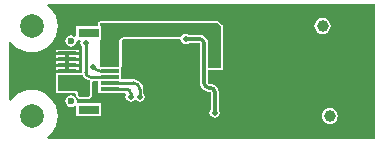
<source format=gbl>
G04*
G04 #@! TF.GenerationSoftware,Altium Limited,Altium Designer,18.1.7 (191)*
G04*
G04 Layer_Physical_Order=2*
G04 Layer_Color=16711680*
%FSLAX24Y24*%
%MOIN*%
G70*
G01*
G75*
%ADD11C,0.0100*%
%ADD22C,0.0394*%
%ADD23C,0.0236*%
%ADD25C,0.0120*%
%ADD33C,0.0787*%
%ADD34C,0.0200*%
%ADD35R,0.0630X0.0118*%
%ADD36R,0.0709X0.0315*%
G36*
X20850Y11050D02*
X9936D01*
X9918Y11100D01*
X10018Y11182D01*
X10127Y11314D01*
X10208Y11465D01*
X10257Y11629D01*
X10274Y11800D01*
X10257Y11971D01*
X10208Y12135D01*
X10127Y12286D01*
X10018Y12418D01*
X9886Y12527D01*
X9735Y12608D01*
X9571Y12657D01*
X9400Y12674D01*
X9229Y12657D01*
X9065Y12608D01*
X8914Y12527D01*
X8782Y12418D01*
X8700Y12318D01*
X8650Y12336D01*
X8650Y14264D01*
X8700Y14282D01*
X8782Y14182D01*
X8914Y14073D01*
X9065Y13992D01*
X9229Y13943D01*
X9400Y13926D01*
X9571Y13943D01*
X9735Y13992D01*
X9886Y14073D01*
X10018Y14182D01*
X10127Y14314D01*
X10208Y14465D01*
X10257Y14629D01*
X10274Y14800D01*
X10257Y14971D01*
X10208Y15135D01*
X10127Y15286D01*
X10018Y15418D01*
X9918Y15500D01*
X9936Y15550D01*
X20850D01*
X20850Y11050D01*
D02*
G37*
%LPC*%
G36*
X19095Y15069D02*
X19026Y15060D01*
X18961Y15033D01*
X18905Y14990D01*
X18862Y14935D01*
X18835Y14870D01*
X18826Y14800D01*
X18835Y14730D01*
X18862Y14665D01*
X18905Y14610D01*
X18961Y14567D01*
X19026Y14540D01*
X19095Y14531D01*
X19165Y14540D01*
X19230Y14567D01*
X19286Y14610D01*
X19328Y14665D01*
X19355Y14730D01*
X19364Y14800D01*
X19355Y14870D01*
X19328Y14935D01*
X19286Y14990D01*
X19230Y15033D01*
X19165Y15060D01*
X19095Y15069D01*
D02*
G37*
G36*
X15600Y14971D02*
X11694Y14971D01*
X11666Y14966D01*
X11643Y14950D01*
X11628Y14927D01*
X11622Y14900D01*
Y14807D01*
X10876D01*
Y14477D01*
X10826Y14453D01*
X10783Y14481D01*
X10709Y14496D01*
X10636Y14481D01*
X10574Y14440D01*
X10532Y14377D01*
X10518Y14304D01*
X10532Y14231D01*
X10574Y14168D01*
X10636Y14127D01*
X10709Y14112D01*
X10783Y14127D01*
X10845Y14168D01*
X10887Y14231D01*
X10901Y14304D01*
X10899Y14313D01*
X10931Y14352D01*
X11008D01*
X11037Y14302D01*
X11027Y14250D01*
X11040Y14184D01*
X11077Y14127D01*
X11078Y14127D01*
Y13250D01*
X11029Y13241D01*
X10976D01*
Y13250D01*
X10591D01*
X10206D01*
Y13201D01*
X10204Y13197D01*
X10199Y13170D01*
Y12650D01*
X10204Y12623D01*
X10206Y12619D01*
Y12580D01*
X10261D01*
X10270Y12579D01*
X10829Y12579D01*
X10879Y12529D01*
Y12500D01*
X10884Y12473D01*
X10900Y12450D01*
X10950Y12400D01*
X10973Y12384D01*
X11000Y12379D01*
X11300Y12379D01*
X11327Y12384D01*
X11350Y12400D01*
X11400Y12450D01*
X11416Y12473D01*
X11421Y12500D01*
X11421Y12942D01*
X11447Y12975D01*
X11453Y12981D01*
X11624D01*
Y12580D01*
X12394D01*
Y12587D01*
X12527D01*
X12550Y12547D01*
X12551Y12532D01*
X12540Y12516D01*
X12527Y12450D01*
X12540Y12384D01*
X12577Y12327D01*
X12634Y12290D01*
X12700Y12277D01*
X12766Y12290D01*
X12823Y12327D01*
X12825Y12331D01*
X12875D01*
X12877Y12327D01*
X12934Y12290D01*
X13000Y12277D01*
X13066Y12290D01*
X13123Y12327D01*
X13160Y12384D01*
X13173Y12450D01*
X13160Y12516D01*
X13123Y12573D01*
X13122Y12573D01*
Y12707D01*
X13123D01*
X13112Y12790D01*
X13080Y12868D01*
X13028Y12935D01*
X12961Y12986D01*
X12884Y13018D01*
X12800Y13029D01*
Y13029D01*
X12394D01*
Y13431D01*
X12395Y13438D01*
Y14270D01*
X12397Y14290D01*
X12414Y14331D01*
X12442Y14360D01*
X12483Y14377D01*
X12503Y14379D01*
X14350Y14379D01*
X14357Y14369D01*
X14370Y14303D01*
X14408Y14247D01*
X14464Y14209D01*
X14531Y14196D01*
X14597Y14209D01*
X14638Y14237D01*
X15000D01*
Y14236D01*
X15011Y14231D01*
X15016Y14219D01*
X15017D01*
Y12900D01*
X15018Y12898D01*
X15027Y12827D01*
X15055Y12759D01*
X15100Y12700D01*
X15159Y12655D01*
X15227Y12627D01*
X15298Y12618D01*
X15300Y12617D01*
X15350D01*
Y12616D01*
X15361Y12611D01*
X15366Y12600D01*
X15367D01*
Y12027D01*
X15340Y11986D01*
X15327Y11919D01*
X15340Y11853D01*
X15377Y11797D01*
X15434Y11759D01*
X15500Y11746D01*
X15566Y11759D01*
X15623Y11797D01*
X15660Y11853D01*
X15673Y11919D01*
X15660Y11986D01*
X15633Y12027D01*
Y12600D01*
X15632Y12602D01*
X15623Y12673D01*
X15595Y12741D01*
X15550Y12800D01*
X15491Y12845D01*
X15423Y12873D01*
X15352Y12882D01*
X15350Y12883D01*
X15300D01*
Y12884D01*
X15289Y12889D01*
X15284Y12900D01*
X15283D01*
Y13329D01*
X15700D01*
X15727Y13334D01*
X15750Y13350D01*
X15766Y13373D01*
X15771Y13400D01*
Y14800D01*
X15766Y14827D01*
X15750Y14850D01*
X15650Y14950D01*
X15627Y14966D01*
X15600Y14971D01*
D02*
G37*
G36*
X10591Y14023D02*
X10574Y14020D01*
X10206D01*
Y13941D01*
X10591D01*
X10976D01*
Y14020D01*
X10609D01*
X10591Y14023D01*
D02*
G37*
G36*
X10976Y13841D02*
X10591D01*
X10206D01*
Y13744D01*
X10591D01*
X10976D01*
Y13841D01*
D02*
G37*
G36*
Y13644D02*
X10591D01*
X10206D01*
Y13565D01*
Y13547D01*
X10591D01*
X10976D01*
Y13565D01*
Y13644D01*
D02*
G37*
G36*
Y13447D02*
X10591D01*
X10206D01*
Y13350D01*
X10591D01*
X10976D01*
Y13447D01*
D02*
G37*
G36*
X10709Y12488D02*
X10636Y12473D01*
X10574Y12432D01*
X10532Y12369D01*
X10518Y12296D01*
X10532Y12223D01*
X10574Y12160D01*
X10636Y12119D01*
X10709Y12104D01*
X10783Y12119D01*
X10826Y12147D01*
X10876Y12123D01*
Y11793D01*
X11724D01*
Y12248D01*
X10931D01*
X10899Y12287D01*
X10901Y12296D01*
X10887Y12369D01*
X10845Y12432D01*
X10783Y12473D01*
X10709Y12488D01*
D02*
G37*
G36*
X19332Y12069D02*
X19262Y12060D01*
X19197Y12033D01*
X19141Y11990D01*
X19098Y11935D01*
X19072Y11870D01*
X19062Y11800D01*
X19072Y11730D01*
X19098Y11665D01*
X19141Y11610D01*
X19197Y11567D01*
X19262Y11540D01*
X19332Y11531D01*
X19401Y11540D01*
X19466Y11567D01*
X19522Y11610D01*
X19565Y11665D01*
X19591Y11730D01*
X19601Y11800D01*
X19591Y11870D01*
X19565Y11935D01*
X19522Y11990D01*
X19466Y12033D01*
X19401Y12060D01*
X19332Y12069D01*
D02*
G37*
%LPD*%
G36*
X15700Y14800D02*
Y13400D01*
X15283D01*
Y14219D01*
X15282Y14221D01*
X15273Y14293D01*
X15245Y14361D01*
X15200Y14419D01*
X15141Y14464D01*
X15073Y14492D01*
X15002Y14502D01*
X15000Y14502D01*
X14638D01*
X14597Y14530D01*
X14531Y14543D01*
X14464Y14530D01*
X14408Y14492D01*
X14380Y14450D01*
X12500Y14450D01*
X12466Y14447D01*
X12402Y14420D01*
X12353Y14372D01*
X12327Y14308D01*
X12324Y14274D01*
Y13438D01*
X11694Y13438D01*
Y14352D01*
X11724D01*
Y14807D01*
X11694D01*
Y14900D01*
X15600Y14900D01*
X15700Y14800D01*
D02*
G37*
G36*
X11122Y13120D02*
X11164Y13067D01*
X11217Y13026D01*
X11280Y13000D01*
X11347Y12991D01*
X11350Y12942D01*
X11350Y12500D01*
X11300Y12450D01*
X11000Y12450D01*
X10950Y12500D01*
X10950Y12606D01*
X10906Y12650D01*
X10270Y12650D01*
Y13170D01*
X11102D01*
X11122Y13120D01*
D02*
G37*
D11*
X11200Y13250D02*
G03*
X11347Y13103I147J0D01*
G01*
X11541Y13359D02*
G03*
X11683Y13300I141J141D01*
G01*
X13000Y12707D02*
G03*
X12800Y12906I-200J0D01*
G01*
X12700Y12559D02*
G03*
X12550Y12709I-150J0D01*
G01*
X11200Y13250D02*
Y14250D01*
X11347Y13103D02*
X12009D01*
X11683Y13300D02*
X12009D01*
X11450Y13450D02*
X11541Y13359D01*
X13000Y12450D02*
Y12707D01*
X12159Y12906D02*
X12800D01*
X12700Y12450D02*
Y12559D01*
X12159Y12709D02*
X12550D01*
D22*
X19332Y11800D02*
D03*
X19095Y14800D02*
D03*
D23*
X10709Y12296D02*
D03*
Y14304D02*
D03*
D25*
X15500Y12600D02*
G03*
X15350Y12750I-150J0D01*
G01*
X15150Y14219D02*
G03*
X15000Y14369I-150J0D01*
G01*
X15150Y12900D02*
G03*
X15300Y12750I150J0D01*
G01*
X14531Y14369D02*
X15000D01*
X15500Y11919D02*
Y12600D01*
X15300Y12750D02*
X15350D01*
X15150Y12900D02*
Y14219D01*
X10591Y13694D02*
Y13891D01*
Y13497D02*
Y13694D01*
Y13300D02*
Y13497D01*
D33*
X9400Y14800D02*
D03*
Y11800D02*
D03*
D34*
X10400Y11300D02*
D03*
X8900Y12900D02*
D03*
X9500D02*
D03*
X9800Y13300D02*
D03*
X9200D02*
D03*
X9500Y13700D02*
D03*
X8900D02*
D03*
X10500Y14701D02*
D03*
X10800Y15200D02*
D03*
X11400D02*
D03*
X16800D02*
D03*
X18300Y13400D02*
D03*
X18600Y12800D02*
D03*
X19800D02*
D03*
X20400D02*
D03*
X19500Y12200D02*
D03*
X15000Y15200D02*
D03*
X12600D02*
D03*
X18900Y12200D02*
D03*
Y13400D02*
D03*
X19200Y12800D02*
D03*
X20100Y14600D02*
D03*
X19200Y14000D02*
D03*
X13200Y15200D02*
D03*
X13800D02*
D03*
X18300Y14600D02*
D03*
X20100Y13400D02*
D03*
X18300Y12200D02*
D03*
X19500Y14600D02*
D03*
X19800Y14000D02*
D03*
X16200Y15200D02*
D03*
X20100Y12200D02*
D03*
X19500Y13400D02*
D03*
X18600Y14000D02*
D03*
X20400D02*
D03*
X17400Y15200D02*
D03*
X12000D02*
D03*
X15600D02*
D03*
X14400D02*
D03*
X17500Y11700D02*
D03*
X16900D02*
D03*
X15500Y11919D02*
D03*
X16500Y11300D02*
D03*
X17100D02*
D03*
X13450D02*
D03*
X14050D02*
D03*
X15500Y13590D02*
D03*
X11150Y12910D02*
D03*
Y12650D02*
D03*
X11450Y13450D02*
D03*
X11200Y14250D02*
D03*
X15500Y13010D02*
D03*
X13000Y12450D02*
D03*
X12700D02*
D03*
X14531Y14369D02*
D03*
D35*
X10591Y13300D02*
D03*
Y13497D02*
D03*
Y13694D02*
D03*
Y13891D02*
D03*
Y13103D02*
D03*
Y12906D02*
D03*
Y12709D02*
D03*
X12009Y13300D02*
D03*
Y13497D02*
D03*
Y13694D02*
D03*
Y13891D02*
D03*
Y13103D02*
D03*
Y12906D02*
D03*
Y12709D02*
D03*
D36*
X11300Y14580D02*
D03*
Y12020D02*
D03*
M02*

</source>
